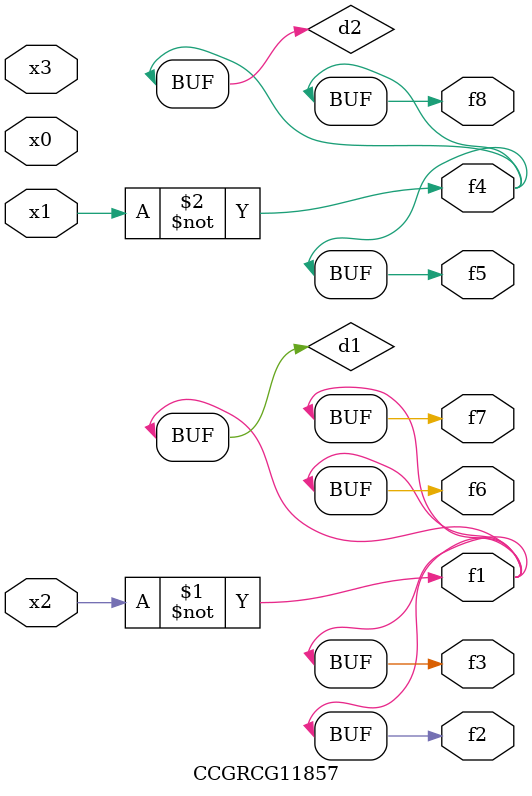
<source format=v>
module CCGRCG11857(
	input x0, x1, x2, x3,
	output f1, f2, f3, f4, f5, f6, f7, f8
);

	wire d1, d2;

	xnor (d1, x2);
	not (d2, x1);
	assign f1 = d1;
	assign f2 = d1;
	assign f3 = d1;
	assign f4 = d2;
	assign f5 = d2;
	assign f6 = d1;
	assign f7 = d1;
	assign f8 = d2;
endmodule

</source>
